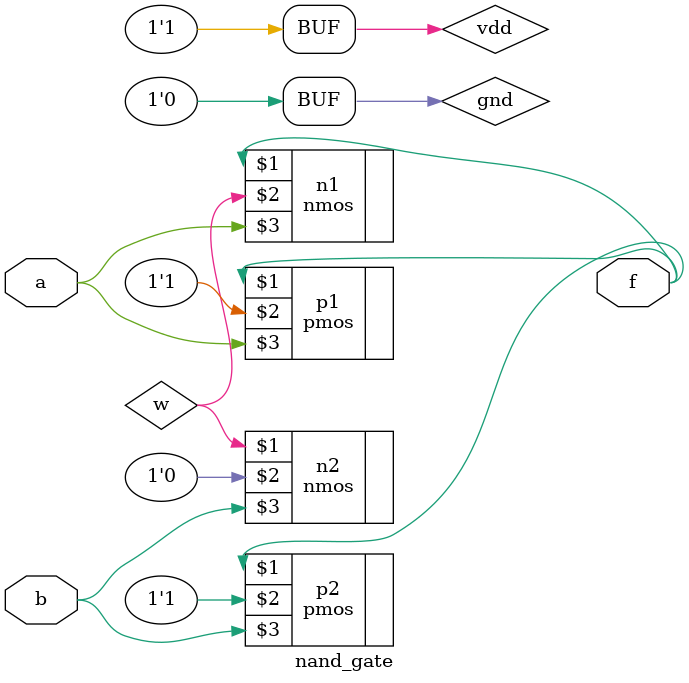
<source format=v>
module nand_gate(f,a,b);
  input a,b;
  output f;
  wire w;
  supply1 vdd;
  supply0 gnd;
  pmos p1(f,vdd,a);
  pmos p2(f,vdd,b);
  nmos n1(f,w,a);
  nmos n2(w,gnd,b);
endmodule

</source>
